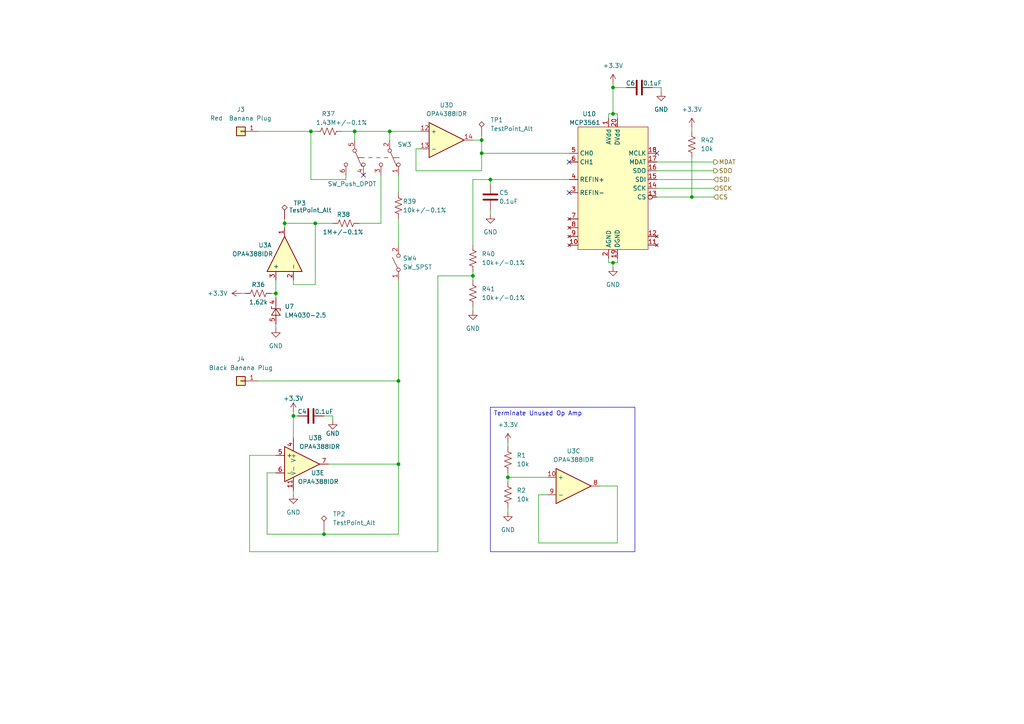
<source format=kicad_sch>
(kicad_sch (version 20230121) (generator eeschema)
  (paper "A4")
  (lib_symbols
    (symbol "Connector:TestPoint_Alt" (pin_numbers hide) (pin_names (offset 0.762) hide)
      (property "Reference" "TP" (at 0 6.858 0))
      (property "Value" "TestPoint_Alt" (at 0 5.08 0))
      (symbol "TestPoint_Alt_0_1"
        (polyline (pts (xy 0 2.54) (xy -0.762 3.302) (xy 0 4.064) (xy 0.762 3.302) (xy 0 2.54)))
      )
      (symbol "TestPoint_Alt_1_1"
        (pin passive line (at 0 0 90) (length 2.54) (name "1") (number "1"))
      )
    )
    (symbol "Connector_Generic:Conn_01x01" (pin_names (offset 1.016) hide)
      (property "Reference" "J" (at 0 2.54 0))
      (property "Value" "Conn_01x01" (at 0 -2.54 0))
      (symbol "Conn_01x01_1_1"
        (rectangle (start -1.27 0.127) (end 0 -0.127) (stroke (width 0.1524)))
        (rectangle (start -1.27 1.27) (end 1.27 -1.27) (stroke (width 0.254)) (fill (type background)))
        (pin passive line (at -5.08 0 0) (length 3.81) (name "Pin_1") (number "1"))
      )
    )
    (symbol "Device:C" (pin_numbers hide) (pin_names (offset 0.254))
      (property "Reference" "C" (at 0.635 2.54 0))
      (property "Value" "C" (at 0.635 -2.54 0))
      (symbol "C_0_1"
        (polyline (pts (xy -2.032 -0.762) (xy 2.032 -0.762)) (stroke (width 0.508)))
        (polyline (pts (xy -2.032 0.762) (xy 2.032 0.762)) (stroke (width 0.508)))
      )
      (symbol "C_1_1"
        (pin passive line (at 0 3.81 270) (length 2.794) (name "~") (number "1"))
        (pin passive line (at 0 -3.81 90) (length 2.794) (name "~") (number "2"))
      )
    )
    (symbol "Device:Opamp_Quad"
      (property "Reference" "U" (at 0 5.08 0))
      (property "Value" "Opamp_Quad" (at 0 -5.08 0))
      (symbol "Opamp_Quad_1_1"
        (polyline (pts (xy -5.08 5.08) (xy 5.08 0) (xy -5.08 -5.08) (xy -5.08 5.08)) (stroke (width 0.254)) (fill (type background)))
        (pin output line (at 7.62 0 180) (length 2.54) (name "~") (number "1"))
        (pin input line (at -7.62 -2.54 0) (length 2.54) (name "-") (number "2"))
        (pin input line (at -7.62 2.54 0) (length 2.54) (name "+") (number "3"))
      )
      (symbol "Opamp_Quad_2_1"
        (polyline (pts (xy -5.08 5.08) (xy 5.08 0) (xy -5.08 -5.08) (xy -5.08 5.08)) (stroke (width 0.254)) (fill (type background)))
        (pin input line (at -7.62 2.54 0) (length 2.54) (name "+") (number "5"))
        (pin input line (at -7.62 -2.54 0) (length 2.54) (name "-") (number "6"))
        (pin output line (at 7.62 0 180) (length 2.54) (name "~") (number "7"))
      )
      (symbol "Opamp_Quad_3_1"
        (polyline (pts (xy -5.08 5.08) (xy 5.08 0) (xy -5.08 -5.08) (xy -5.08 5.08)) (stroke (width 0.254)) (fill (type background)))
        (pin input line (at -7.62 2.54 0) (length 2.54) (name "+") (number "10"))
        (pin output line (at 7.62 0 180) (length 2.54) (name "~") (number "8"))
        (pin input line (at -7.62 -2.54 0) (length 2.54) (name "-") (number "9"))
      )
      (symbol "Opamp_Quad_4_1"
        (polyline (pts (xy -5.08 5.08) (xy 5.08 0) (xy -5.08 -5.08) (xy -5.08 5.08)) (stroke (width 0.254)) (fill (type background)))
        (pin input line (at -7.62 2.54 0) (length 2.54) (name "+") (number "12"))
        (pin input line (at -7.62 -2.54 0) (length 2.54) (name "-") (number "13"))
        (pin output line (at 7.62 0 180) (length 2.54) (name "~") (number "14"))
      )
      (symbol "Opamp_Quad_5_1"
        (pin power_in line (at -2.54 -7.62 90) (length 3.81) (name "V-") (number "11"))
        (pin power_in line (at -2.54 7.62 270) (length 3.81) (name "V+") (number "4"))
      )
    )
    (symbol "Device:R_US" (pin_numbers hide) (pin_names (offset 0))
      (property "Reference" "R" (at 2.54 0 90))
      (property "Value" "R_US" (at -2.54 0 90))
      (symbol "R_US_0_1"
        (polyline (pts (xy 0 -2.286) (xy 0 -2.54)))
        (polyline (pts (xy 0 2.286) (xy 0 2.54)))
        (polyline (pts (xy 0 -0.762) (xy 1.016 -1.143) (xy 0 -1.524) (xy -1.016 -1.905) (xy 0 -2.286)))
        (polyline (pts (xy 0 0.762) (xy 1.016 0.381) (xy 0 0) (xy -1.016 -0.381) (xy 0 -0.762)))
        (polyline (pts (xy 0 2.286) (xy 1.016 1.905) (xy 0 1.524) (xy -1.016 1.143) (xy 0 0.762)))
      )
      (symbol "R_US_1_1"
        (pin passive line (at 0 3.81 270) (length 1.27) (name "~") (number "1"))
        (pin passive line (at 0 -3.81 90) (length 1.27) (name "~") (number "2"))
      )
    )
    (symbol "Reference_Voltage:LM4030-2.5" (pin_names (offset 0.0254) hide)
      (property "Reference" "U" (at 0 2.54 0))
      (property "Value" "LM4030-2.5" (at 0 -3.175 0))
      (symbol "LM4030-2.5_0_1"
        (polyline (pts (xy -1.27 0) (xy 0 0) (xy 1.27 0)))
        (polyline (pts (xy -1.27 -1.27) (xy 0.635 0) (xy -1.27 1.27) (xy -1.27 -1.27)) (stroke (width 0.2032)))
        (polyline (pts (xy 0 -1.27) (xy 0.635 -1.27) (xy 0.635 1.27) (xy 1.27 1.27)) (stroke (width 0.2032)))
      )
      (symbol "LM4030-2.5_1_1"
        (pin passive line (at 3.81 0 180) (length 2.54) (name "K") (number "4"))
        (pin passive line (at -3.81 0 0) (length 2.54) (name "A") (number "5"))
      )
    )
    (symbol "Switch:SW_Push_DPDT" (pin_names (offset 0) hide)
      (property "Reference" "SW" (at 0 8.89 0))
      (property "Value" "SW_Push_DPDT" (at 0 -10.16 0))
      (symbol "SW_Push_DPDT_0_0"
        (circle (center -2.032 -5.08) (radius 0.508))
        (circle (center -2.032 5.08) (radius 0.508))
        (circle (center 2.032 -7.62) (radius 0.508))
        (circle (center 2.032 2.54) (radius 0.508))
      )
      (symbol "SW_Push_DPDT_0_1"
        (polyline (pts (xy -1.524 -4.826) (xy 2.54 -3.048)))
        (polyline (pts (xy -1.524 5.334) (xy 2.54 7.112)))
        (polyline (pts (xy 0 -2.286) (xy 0 -4.064)))
        (polyline (pts (xy 0 -1.016) (xy 0 0)))
        (polyline (pts (xy 0 1.27) (xy 0 2.286)))
        (polyline (pts (xy 0 3.556) (xy 0 4.572)))
        (polyline (pts (xy 0 7.874) (xy 0 6.096)))
        (circle (center 2.032 -2.54) (radius 0.508))
        (circle (center 2.032 7.62) (radius 0.508))
      )
      (symbol "SW_Push_DPDT_1_1"
        (pin passive line (at 5.08 7.62 180) (length 2.54) (name "A") (number "1"))
        (pin passive line (at -5.08 5.08 0) (length 2.54) (name "B") (number "2"))
        (pin passive line (at 5.08 2.54 180) (length 2.54) (name "C") (number "3"))
        (pin passive line (at 5.08 -2.54 180) (length 2.54) (name "A") (number "4"))
        (pin passive line (at -5.08 -5.08 0) (length 2.54) (name "B") (number "5"))
        (pin passive line (at 5.08 -7.62 180) (length 2.54) (name "C") (number "6"))
      )
    )
    (symbol "Switch:SW_SPST" (pin_names (offset 0) hide)
      (property "Reference" "SW" (at 0 3.175 0))
      (property "Value" "SW_SPST" (at 0 -2.54 0))
      (symbol "SW_SPST_0_0"
        (circle (center -2.032 0) (radius 0.508))
        (polyline (pts (xy -1.524 0.254) (xy 1.524 1.778)))
        (circle (center 2.032 0) (radius 0.508))
      )
      (symbol "SW_SPST_1_1"
        (pin passive line (at -5.08 0 0) (length 2.54) (name "A") (number "1"))
        (pin passive line (at 5.08 0 180) (length 2.54) (name "B") (number "2"))
      )
    )
    (symbol "multimeter_parts:MCP3561"
      (property "Reference" "U" (at -7.62 20.32 0))
      (property "Value" "MCP3561" (at -7.62 17.78 0))
      (symbol "MCP3561_1_1"
        (rectangle (start -10.16 16.51) (end 10.16 -19.05) (fill (type background)))
        (pin input line (at -1.27 19.05 270) (length 2.54) (name "AVdd") (number "1"))
        (pin no_connect line (at -12.7 -17.78 0) (length 2.54) (name "") (number "10"))
        (pin no_connect line (at 12.7 -17.78 180) (length 2.54) (name "") (number "11"))
        (pin no_connect line (at 12.7 -15.24 180) (length 2.54) (name "") (number "12"))
        (pin input inverted (at 12.7 -3.81 180) (length 2.54) (name "CS") (number "13"))
        (pin input line (at 12.7 -1.27 180) (length 2.54) (name "SCK") (number "14"))
        (pin input line (at 12.7 1.27 180) (length 2.54) (name "SDI") (number "15"))
        (pin input line (at 12.7 3.81 180) (length 2.54) (name "SDO") (number "16"))
        (pin input line (at 12.7 6.35 180) (length 2.54) (name "MDAT") (number "17"))
        (pin input line (at 12.7 8.89 180) (length 2.54) (name "MCLK") (number "18"))
        (pin input line (at 1.27 -21.59 90) (length 2.54) (name "DGND") (number "19"))
        (pin input line (at -1.27 -21.59 90) (length 2.54) (name "AGND") (number "2"))
        (pin input line (at 1.27 19.05 270) (length 2.54) (name "DVdd") (number "20"))
        (pin input line (at -12.7 -2.54 0) (length 2.54) (name "REFIN-") (number "3"))
        (pin input line (at -12.7 1.27 0) (length 2.54) (name "REFIN+") (number "4"))
        (pin input line (at -12.7 8.89 0) (length 2.54) (name "CH0") (number "5"))
        (pin input line (at -12.7 6.35 0) (length 2.54) (name "CH1") (number "6"))
        (pin no_connect line (at -12.7 -10.16 0) (length 2.54) (name "") (number "7"))
        (pin no_connect line (at -12.7 -12.7 0) (length 2.54) (name "") (number "8"))
        (pin no_connect line (at -12.7 -15.24 0) (length 2.54) (name "") (number "9"))
      )
    )
    (symbol "power:+3.3V" (power) (pin_names (offset 0))
      (property "Value" "+3.3V" (at 0 3.556 0))
      (symbol "+3.3V_0_1"
        (polyline (pts (xy -0.762 1.27) (xy 0 2.54)))
        (polyline (pts (xy 0 0) (xy 0 2.54)))
        (polyline (pts (xy 0 2.54) (xy 0.762 1.27)))
      )
      (symbol "+3.3V_1_1"
        (pin power_in line (at 0 0 90) (length 0) hide (name "+3.3V") (number "1"))
      )
    )
    (symbol "power:GND" (power) (pin_names (offset 0))
      (property "Value" "GND" (at 0 -3.81 0))
      (symbol "GND_0_1"
        (polyline (pts (xy 0 0) (xy 0 -1.27) (xy 1.27 -1.27) (xy 0 -2.54) (xy -1.27 -1.27) (xy 0 -1.27)))
      )
      (symbol "GND_1_1"
        (pin power_in line (at 0 0 270) (length 0) hide (name "GND") (number "1"))
      )
    )
  )
  (junction (at 200.66 57.15))
  (junction (at 177.8 76.2))
  (junction (at 177.8 33.02))
  (junction (at 93.98 154.94))
  (junction (at 142.24 52.07))
  (junction (at 139.7 40.64))
  (junction (at 115.57 134.62))
  (junction (at 115.57 110.49))
  (junction (at 113.03 38.1))
  (junction (at 177.8 25.4))
  (junction (at 91.44 64.77))
  (junction (at 85.09 120.65))
  (junction (at 90.17 38.1))
  (junction (at 102.87 38.1))
  (junction (at 80.01 85.09))
  (junction (at 147.32 138.43))
  (junction (at 82.55 64.77))
  (junction (at 139.7 44.45))
  (junction (at 137.16 80.01))
  (no_connect (at 165.1 46.99))
  (no_connect (at 165.1 55.88))
  (no_connect (at 190.5 44.45))
  (no_connect (at 105.41 50.8))
  (wire (pts (xy 179.07 157.48) (xy 179.07 140.97)))
  (wire (pts (xy 113.03 38.1) (xy 113.03 40.64)))
  (wire (pts (xy 82.55 64.77) (xy 91.44 64.77)))
  (wire (pts (xy 104.14 64.77) (xy 110.49 64.77)))
  (wire (pts (xy 110.49 50.8) (xy 110.49 64.77)))
  (wire (pts (xy 115.57 63.5) (xy 115.57 71.12)))
  (wire (pts (xy 190.5 54.61) (xy 207.01 54.61)))
  (wire (pts (xy 200.66 57.15) (xy 207.01 57.15)))
  (wire (pts (xy 147.32 128.27) (xy 147.32 129.54)))
  (wire (pts (xy 93.98 120.65) (xy 96.52 120.65)))
  (wire (pts (xy 147.32 147.32) (xy 147.32 148.59)))
  (wire (pts (xy 77.47 137.16) (xy 77.47 154.94)))
  (wire (pts (xy 72.39 132.08) (xy 80.01 132.08)))
  (wire (pts (xy 177.8 25.4) (xy 177.8 33.02)))
  (wire (pts (xy 85.09 142.24) (xy 85.09 143.51)))
  (wire (pts (xy 139.7 40.64) (xy 137.16 40.64)))
  (wire (pts (xy 82.55 63.5) (xy 82.55 64.77)))
  (wire (pts (xy 139.7 44.45) (xy 165.1 44.45)))
  (wire (pts (xy 179.07 140.97) (xy 173.99 140.97)))
  (wire (pts (xy 85.09 119.38) (xy 85.09 120.65)))
  (wire (pts (xy 74.93 38.1) (xy 90.17 38.1)))
  (wire (pts (xy 142.24 60.96) (xy 142.24 62.23)))
  (wire (pts (xy 137.16 78.74) (xy 137.16 80.01)))
  (wire (pts (xy 156.21 157.48) (xy 179.07 157.48)))
  (wire (pts (xy 80.01 81.28) (xy 80.01 85.09)))
  (wire (pts (xy 156.21 143.51) (xy 156.21 157.48)))
  (wire (pts (xy 137.16 52.07) (xy 142.24 52.07)))
  (wire (pts (xy 190.5 49.53) (xy 207.01 49.53)))
  (wire (pts (xy 69.85 85.09) (xy 71.12 85.09)))
  (wire (pts (xy 115.57 134.62) (xy 95.25 134.62)))
  (wire (pts (xy 121.92 43.18) (xy 120.65 43.18)))
  (wire (pts (xy 96.52 120.65) (xy 96.52 121.92)))
  (wire (pts (xy 100.33 50.8) (xy 100.33 52.07)))
  (wire (pts (xy 91.44 64.77) (xy 96.52 64.77)))
  (wire (pts (xy 115.57 81.28) (xy 115.57 110.49)))
  (wire (pts (xy 74.93 110.49) (xy 115.57 110.49)))
  (wire (pts (xy 85.09 120.65) (xy 86.36 120.65)))
  (wire (pts (xy 200.66 45.72) (xy 200.66 57.15)))
  (wire (pts (xy 115.57 50.8) (xy 115.57 55.88)))
  (wire (pts (xy 142.24 53.34) (xy 142.24 52.07)))
  (wire (pts (xy 91.44 82.55) (xy 91.44 64.77)))
  (wire (pts (xy 80.01 86.36) (xy 80.01 85.09)))
  (wire (pts (xy 80.01 137.16) (xy 77.47 137.16)))
  (wire (pts (xy 179.07 33.02) (xy 179.07 34.29)))
  (wire (pts (xy 127 160.02) (xy 72.39 160.02)))
  (wire (pts (xy 80.01 93.98) (xy 80.01 95.25)))
  (wire (pts (xy 142.24 52.07) (xy 165.1 52.07)))
  (wire (pts (xy 190.5 52.07) (xy 207.01 52.07)))
  (wire (pts (xy 139.7 39.37) (xy 139.7 40.64)))
  (wire (pts (xy 158.75 143.51) (xy 156.21 143.51)))
  (wire (pts (xy 191.77 25.4) (xy 191.77 26.67)))
  (wire (pts (xy 85.09 120.65) (xy 85.09 127)))
  (wire (pts (xy 177.8 76.2) (xy 179.07 76.2)))
  (wire (pts (xy 90.17 52.07) (xy 90.17 38.1)))
  (wire (pts (xy 177.8 33.02) (xy 176.53 33.02)))
  (wire (pts (xy 139.7 49.53) (xy 139.7 44.45)))
  (wire (pts (xy 120.65 43.18) (xy 120.65 49.53)))
  (wire (pts (xy 82.55 66.04) (xy 82.55 64.77)))
  (wire (pts (xy 177.8 24.13) (xy 177.8 25.4)))
  (wire (pts (xy 177.8 76.2) (xy 177.8 77.47)))
  (wire (pts (xy 137.16 71.12) (xy 137.16 52.07)))
  (wire (pts (xy 190.5 46.99) (xy 207.01 46.99)))
  (wire (pts (xy 93.98 154.94) (xy 115.57 154.94)))
  (wire (pts (xy 90.17 38.1) (xy 91.44 38.1)))
  (wire (pts (xy 147.32 137.16) (xy 147.32 138.43)))
  (wire (pts (xy 102.87 38.1) (xy 102.87 40.64)))
  (wire (pts (xy 102.87 38.1) (xy 113.03 38.1)))
  (wire (pts (xy 176.53 76.2) (xy 177.8 76.2)))
  (wire (pts (xy 85.09 82.55) (xy 91.44 82.55)))
  (wire (pts (xy 137.16 88.9) (xy 137.16 90.17)))
  (wire (pts (xy 78.74 85.09) (xy 80.01 85.09)))
  (wire (pts (xy 72.39 160.02) (xy 72.39 132.08)))
  (wire (pts (xy 147.32 138.43) (xy 158.75 138.43)))
  (wire (pts (xy 137.16 80.01) (xy 137.16 81.28)))
  (wire (pts (xy 115.57 154.94) (xy 115.57 134.62)))
  (wire (pts (xy 120.65 49.53) (xy 139.7 49.53)))
  (wire (pts (xy 127 80.01) (xy 127 160.02)))
  (wire (pts (xy 139.7 44.45) (xy 139.7 40.64)))
  (wire (pts (xy 77.47 154.94) (xy 93.98 154.94)))
  (wire (pts (xy 177.8 25.4) (xy 181.61 25.4)))
  (wire (pts (xy 176.53 74.93) (xy 176.53 76.2)))
  (wire (pts (xy 85.09 81.28) (xy 85.09 82.55)))
  (wire (pts (xy 190.5 57.15) (xy 200.66 57.15)))
  (wire (pts (xy 179.07 74.93) (xy 179.07 76.2)))
  (wire (pts (xy 200.66 36.83) (xy 200.66 38.1)))
  (wire (pts (xy 113.03 38.1) (xy 121.92 38.1)))
  (wire (pts (xy 137.16 80.01) (xy 127 80.01)))
  (wire (pts (xy 189.23 25.4) (xy 191.77 25.4)))
  (wire (pts (xy 99.06 38.1) (xy 102.87 38.1)))
  (wire (pts (xy 100.33 52.07) (xy 90.17 52.07)))
  (wire (pts (xy 93.98 153.67) (xy 93.98 154.94)))
  (wire (pts (xy 147.32 138.43) (xy 147.32 139.7)))
  (wire (pts (xy 176.53 33.02) (xy 176.53 34.29)))
  (wire (pts (xy 115.57 110.49) (xy 115.57 134.62)))
  (wire (pts (xy 177.8 33.02) (xy 179.07 33.02)))
  (text_box "Terminate Unused Op Amp" (at 142.24 118.11 0) (size 41.91 41.91) (effects (font (size 1.27 1.27)) (justify left top)))
  (hierarchical_label "MDAT" (shape output) (at 207.01 46.99 0))
  (hierarchical_label "SDO" (shape output) (at 207.01 49.53 0))
  (hierarchical_label "CS" (shape input) (at 207.01 57.15 0))
  (hierarchical_label "SDI" (shape input) (at 207.01 52.07 0))
  (hierarchical_label "SCK" (shape input) (at 207.01 54.61 0))
  (symbol (lib_id "Connector_Generic:Conn_01x01") (at 69.85 38.1 180) (unit 1)
    (property "Reference" "J3" (at 69.85 31.75 0))
    (property "Value" "Red  Banana Plug" (at 69.85 34.29 0))
    (property "Footprint" "Multimeter:KEYSTONE_575-4" (effects hide))
  )
  (symbol (lib_id "Device:R_US") (at 147.32 143.51 0) (unit 1)
    (property "Reference" "R2" (at 149.86 142.24 0) (effects (justify left)))
    (property "Value" "10k" (at 149.86 144.78 0) (effects (justify left)))
    (property "Footprint" "Resistor_SMD:R_0805_2012Metric_Pad1.20x1.40mm_HandSolder" (effects hide))
  )
  (symbol (lib_id "power:+3.3V") (at 147.32 128.27 0) (unit 1)
    (property "Reference" "#PWR036" (effects hide))
    (property "Value" "+3.3V" (at 147.32 123.19 0))
    (instances (project "Multimeter" (path "" (reference "#PWR036") (unit 1)) (path "" (reference "#PWR012") (unit 1))))
  )
  (symbol (lib_id "Connector:TestPoint_Alt") (at 93.98 153.67 0) (unit 1)
    (property "Reference" "TP2" (at 96.52 149.098 0) (effects (justify left)))
    (property "Value" "TestPoint_Alt" (at 96.52 151.638 0) (effects (justify left)))
  )
  (symbol (lib_id "power:GND") (at 85.09 143.51 0) (unit 1)
    (property "Reference" "#PWR032" (effects hide))
    (property "Value" "GND" (at 85.09 148.59 0))
  )
  (symbol (lib_id "power:+3.3V") (at 177.8 24.13 0) (unit 1)
    (property "Reference" "#PWR036" (effects hide))
    (property "Value" "+3.3V" (at 177.8 19.05 0))
  )
  (symbol (lib_id "power:GND") (at 177.8 77.47 0) (unit 1)
    (property "Reference" "#PWR037" (effects hide))
    (property "Value" "GND" (at 177.8 82.55 0))
  )
  (symbol (lib_id "power:GND") (at 96.52 121.92 0) (unit 1)
    (property "Reference" "#PWR033" (effects hide))
    (property "Value" "GND" (at 96.52 125.73 0))
  )
  (symbol (lib_id "Switch:SW_Push_DPDT") (at 107.95 45.72 270) (unit 1)
    (property "Reference" "SW3" (at 119.38 41.91 90) (effects (justify right)))
    (property "Value" "SW_Push_DPDT" (at 109.22 53.34 90) (effects (justify right)))
  )
  (symbol (lib_id "Device:C") (at 142.24 57.15 0) (unit 1)
    (property "Reference" "C5" (at 144.78 55.88 0) (effects (justify left)))
    (property "Value" "0.1uF" (at 144.78 58.42 0) (effects (justify left)))
    (property "Footprint" "Capacitor_SMD:C_0805_2012Metric" (effects hide))
  )
  (symbol (lib_id "Device:R_US") (at 137.16 74.93 0) (unit 1)
    (property "Reference" "R40" (at 139.7 73.66 0) (effects (justify left)))
    (property "Value" "10k+/-0.1%" (at 139.7 76.2 0) (effects (justify left)))
    (property "Footprint" "Resistor_SMD:R_0805_2012Metric_Pad1.20x1.40mm_HandSolder" (effects hide))
  )
  (symbol (lib_id "Device:R_US") (at 200.66 41.91 0) (unit 1)
    (property "Reference" "R42" (at 203.2 40.64 0) (effects (justify left)))
    (property "Value" "10k" (at 203.2 43.18 0) (effects (justify left)))
    (property "Footprint" "Resistor_SMD:R_0805_2012Metric_Pad1.20x1.40mm_HandSolder" (effects hide))
  )
  (symbol (lib_id "Device:R_US") (at 147.32 133.35 0) (unit 1)
    (property "Reference" "R1" (at 149.86 132.08 0) (effects (justify left)))
    (property "Value" "10k" (at 149.86 134.62 0) (effects (justify left)))
    (property "Footprint" "Resistor_SMD:R_0805_2012Metric_Pad1.20x1.40mm_HandSolder" (effects hide))
  )
  (symbol (lib_id "Device:Opamp_Quad") (at 166.37 140.97 0) (unit 3)
    (property "Reference" "U3" (at 166.37 130.81 0))
    (property "Value" "OPA4388IDR" (at 166.37 133.35 0))
    (property "Footprint" "Package_SO:SOIC-14_3.9x8.7mm_P1.27mm" (effects hide))
  )
  (symbol (lib_id "Device:R_US") (at 115.57 59.69 0) (unit 1)
    (property "Reference" "R39" (at 116.84 58.42 0) (effects (justify left)))
    (property "Value" "10k+/-0.1%" (at 116.84 60.96 0) (effects (justify left)))
    (property "Footprint" "Resistor_SMD:R_0805_2012Metric_Pad1.20x1.40mm_HandSolder" (effects hide))
  )
  (symbol (lib_id "power:GND") (at 80.01 95.25 0) (unit 1)
    (property "Reference" "#PWR030" (effects hide))
    (property "Value" "GND" (at 80.01 100.33 0))
  )
  (symbol (lib_id "Device:R_US") (at 95.25 38.1 90) (unit 1)
    (property "Reference" "R37" (at 95.25 33.02 90))
    (property "Value" "1.43M+/-0.1%" (at 99.06 35.56 90))
    (property "Footprint" "Resistor_SMD:R_0805_2012Metric_Pad1.20x1.40mm_HandSolder" (effects hide))
  )
  (symbol (lib_id "Device:Opamp_Quad") (at 82.55 73.66 90) (unit 1)
    (property "Reference" "U3" (at 74.93 71.12 90) (effects (justify right)))
    (property "Value" "OPA4388IDR" (at 67.31 73.66 90) (effects (justify right)))
    (property "Footprint" "Package_SO:SOIC-14_3.9x8.7mm_P1.27mm" (effects hide))
  )
  (symbol (lib_id "Device:Opamp_Quad") (at 129.54 40.64 0) (unit 4)
    (property "Reference" "U3" (at 129.54 30.48 0))
    (property "Value" "OPA4388IDR" (at 129.54 33.02 0))
    (property "Footprint" "Package_SO:SOIC-14_3.9x8.7mm_P1.27mm" (effects hide))
  )
  (symbol (lib_id "Device:R_US") (at 74.93 85.09 90) (unit 1)
    (property "Reference" "R36" (at 74.93 82.55 90))
    (property "Value" "1.62k" (at 74.93 87.63 90))
    (property "Footprint" "Resistor_SMD:R_0805_2012Metric_Pad1.20x1.40mm_HandSolder" (effects hide))
  )
  (symbol (lib_id "power:+3.3V") (at 200.66 36.83 0) (unit 1)
    (property "Reference" "#PWR036" (effects hide))
    (property "Value" "+3.3V" (at 200.66 31.75 0))
    (instances (project "Multimeter" (path "" (reference "#PWR036") (unit 1)) (path "" (reference "#PWR040") (unit 1))))
  )
  (symbol (lib_id "multimeter_parts:MCP3561") (at 177.8 53.34 0) (unit 1)
    (property "Reference" "U10" (at 168.91 33.02 0) (effects (justify left)))
    (property "Value" "MCP3561" (at 165.1 35.56 0) (effects (justify left)))
    (property "Footprint" "Package_SO:SSOP-20_4.4x6.5mm_P0.65mm" (effects hide))
  )
  (symbol (lib_id "Reference_Voltage:LM4030-2.5") (at 80.01 90.17 90) (unit 1)
    (property "Reference" "U7" (at 82.55 88.9 90) (effects (justify right)))
    (property "Value" "LM4030-2.5" (at 82.55 91.44 90) (effects (justify right)))
    (property "Footprint" "Package_TO_SOT_SMD:SOT-23-5" (effects hide))
    (property "Datasheet" "http://www.ti.com/lit/ds/symlink/lm4030.pdf" (effects hide))
  )
  (symbol (lib_id "Switch:SW_SPST") (at 115.57 76.2 90) (unit 1)
    (property "Reference" "SW4" (at 116.84 74.93 90) (effects (justify right)))
    (property "Value" "SW_SPST" (at 116.84 77.47 90) (effects (justify right)))
  )
  (symbol (lib_id "power:+3.3V") (at 85.09 119.38 0) (unit 1)
    (property "Reference" "#PWR031" (effects hide))
    (property "Value" "+3.3V" (at 85.09 115.57 0))
  )
  (symbol (lib_id "power:GND") (at 147.32 148.59 0) (unit 1)
    (property "Reference" "#PWR034" (effects hide))
    (property "Value" "GND" (at 147.32 153.67 0))
    (instances (project "Multimeter" (path "" (reference "#PWR034") (unit 1)) (path "" (reference "#PWR011") (unit 1))))
  )
  (symbol (lib_id "Device:C") (at 90.17 120.65 90) (unit 1)
    (property "Reference" "C4" (at 87.63 119.38 90))
    (property "Value" "0.1uF" (at 93.98 119.38 90))
    (property "Footprint" "Capacitor_SMD:C_0805_2012Metric" (effects hide))
  )
  (symbol (lib_id "Device:Opamp_Quad") (at 87.63 134.62 0) (unit 2)
    (property "Reference" "U3" (at 91.44 127 0))
    (property "Value" "OPA4388IDR" (at 92.71 129.54 0))
    (property "Footprint" "Package_SO:SOIC-14_3.9x8.7mm_P1.27mm" (effects hide))
  )
  (symbol (lib_id "power:GND") (at 191.77 26.67 0) (unit 1)
    (property "Reference" "#PWR037" (effects hide))
    (property "Value" "GND" (at 191.77 31.75 0))
    (instances (project "Multimeter" (path "" (reference "#PWR037") (unit 1)) (path "" (reference "#PWR039") (unit 1))))
  )
  (symbol (lib_id "Device:Opamp_Quad") (at 87.63 134.62 0) (unit 5)
    (property "Reference" "U3" (at 90.17 137.16 0) (effects (justify left)))
    (property "Value" "OPA4388IDR" (at 86.36 139.7 0) (effects (justify left)))
    (property "Footprint" "Package_SO:SOIC-14_3.9x8.7mm_P1.27mm" (effects hide))
  )
  (symbol (lib_id "Device:C") (at 185.42 25.4 90) (unit 1)
    (property "Reference" "C6" (at 182.88 24.13 90))
    (property "Value" "0.1uF" (at 189.23 24.13 90))
    (property "Footprint" "Capacitor_SMD:C_0805_2012Metric" (effects hide))
  )
  (symbol (lib_id "power:+3.3V") (at 69.85 85.09 90) (unit 1)
    (property "Reference" "#PWR029" (effects hide))
    (property "Value" "+3.3V" (at 66.04 85.09 90) (effects (justify left)))
  )
  (symbol (lib_id "power:GND") (at 142.24 62.23 0) (unit 1)
    (property "Reference" "#PWR035" (effects hide))
    (property "Value" "GND" (at 142.24 67.31 0))
  )
  (symbol (lib_id "power:GND") (at 137.16 90.17 0) (unit 1)
    (property "Reference" "#PWR034" (effects hide))
    (property "Value" "GND" (at 137.16 95.25 0))
  )
  (symbol (lib_id "Connector:TestPoint_Alt") (at 139.7 39.37 0) (unit 1)
    (property "Reference" "TP1" (at 142.24 34.798 0) (effects (justify left)))
    (property "Value" "TestPoint_Alt" (at 142.24 37.338 0) (effects (justify left)))
  )
  (symbol (lib_id "Device:R_US") (at 100.33 64.77 90) (unit 1)
    (property "Reference" "R38" (at 101.6 62.23 90) (effects (justify left)))
    (property "Value" "1M+/-0.1%" (at 105.41 67.31 90) (effects (justify left)))
    (property "Footprint" "Resistor_SMD:R_0805_2012Metric_Pad1.20x1.40mm_HandSolder" (effects hide))
  )
  (symbol (lib_id "Connector:TestPoint_Alt") (at 82.55 63.5 0) (unit 1)
    (property "Reference" "TP3" (at 85.09 58.928 0) (effects (justify left)))
    (property "Value" "TestPoint_Alt" (at 83.82 60.96 0) (effects (justify left)))
  )
  (symbol (lib_id "Connector_Generic:Conn_01x01") (at 69.85 110.49 180) (unit 1)
    (property "Reference" "J4" (at 69.85 104.14 0))
    (property "Value" "Black Banana Plug" (at 69.85 106.68 0))
    (property "Footprint" "Multimeter:KEYSTONE_575-4" (effects hide))
  )
  (symbol (lib_id "Device:R_US") (at 137.16 85.09 0) (unit 1)
    (property "Reference" "R41" (at 139.7 83.82 0) (effects (justify left)))
    (property "Value" "10k+/-0.1%" (at 139.7 86.36 0) (effects (justify left)))
    (property "Footprint" "Resistor_SMD:R_0805_2012Metric_Pad1.20x1.40mm_HandSolder" (effects hide))
  )
)
</source>
